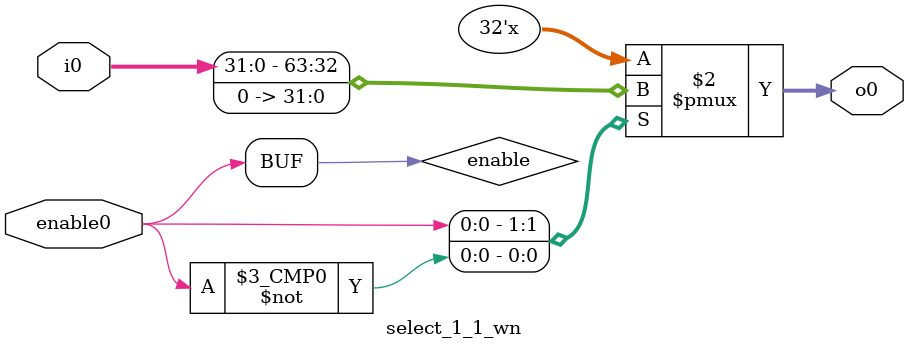
<source format=v>

`define SEL_DEFAULT_CASE_VAL 1'bx

`timescale 1 ns / 10 ps

module select_1_1_wn (i0, enable0, o0);

   // synopsys template
   parameter dwidth = 32;

   input  [dwidth-1:0] i0;
   wire   [dwidth-1:0] i0;

   input  enable0;
   wire   enable0;

   output [dwidth-1:0] o0;
   reg    [dwidth-1:0] o0;


   wire   enable = enable0;

   always @(*) begin

      case (enable) // 0in < case -full -parallel
         1'b1: o0 = i0;
         1'b0: o0 = {dwidth{1'b0}};
      endcase
   end

endmodule

`undef SEL_DEFAULT_CASE_VAL

</source>
